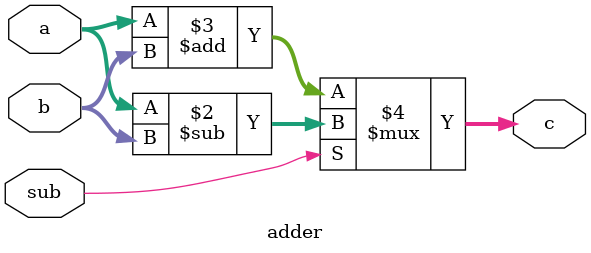
<source format=v>
module adder(input[13:0] a, b, output[13:0] c, input sub);
  /*
  always begin
    if(sub == 1'b1) c = a - b;
    else c = a + b;
  end
  */
  assign c = (sub == 1'b1) ? (a - b) : (a + b);
endmodule 

</source>
